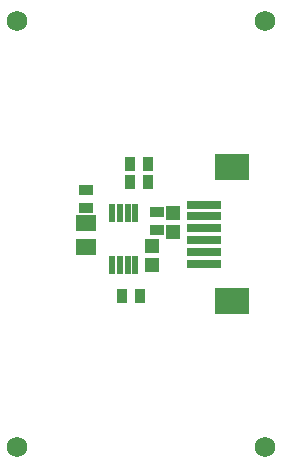
<source format=gbr>
G04*
G04 #@! TF.GenerationSoftware,Altium Limited,Altium Designer,23.10.1 (27)*
G04*
G04 Layer_Color=8388736*
%FSLAX44Y44*%
%MOMM*%
G71*
G04*
G04 #@! TF.SameCoordinates,C40AB362-5B66-420F-9F68-920D16D289EC*
G04*
G04*
G04 #@! TF.FilePolarity,Negative*
G04*
G01*
G75*
%ADD20R,1.2032X0.9532*%
%ADD21R,1.2032X1.1532*%
%ADD22R,1.6532X1.3532*%
%ADD23R,0.9532X1.2032*%
%ADD24R,0.6278X1.6278*%
%ADD25R,3.0032X2.3032*%
%ADD26R,2.9032X0.8032*%
%ADD27C,1.7272*%
D20*
X78740Y237370D02*
D03*
Y222370D02*
D03*
X138430Y218320D02*
D03*
Y203320D02*
D03*
D21*
X134620Y189610D02*
D03*
Y173610D02*
D03*
X152400Y217550D02*
D03*
Y201550D02*
D03*
D22*
X78740Y189390D02*
D03*
Y209390D02*
D03*
D23*
X130690Y259080D02*
D03*
X115690D02*
D03*
Y243840D02*
D03*
X130690D02*
D03*
X124340Y147320D02*
D03*
X109340D02*
D03*
D24*
X100740Y173580D02*
D03*
X107240D02*
D03*
X113740D02*
D03*
X120240D02*
D03*
X100740Y217580D02*
D03*
X107240D02*
D03*
X113740D02*
D03*
X120240D02*
D03*
D25*
X202000Y256500D02*
D03*
Y143500D02*
D03*
D26*
X178000Y215000D02*
D03*
Y225000D02*
D03*
Y205000D02*
D03*
Y195000D02*
D03*
Y185000D02*
D03*
Y175000D02*
D03*
D27*
X230000Y380000D02*
D03*
X20000D02*
D03*
X230000Y20000D02*
D03*
X20000D02*
D03*
M02*

</source>
